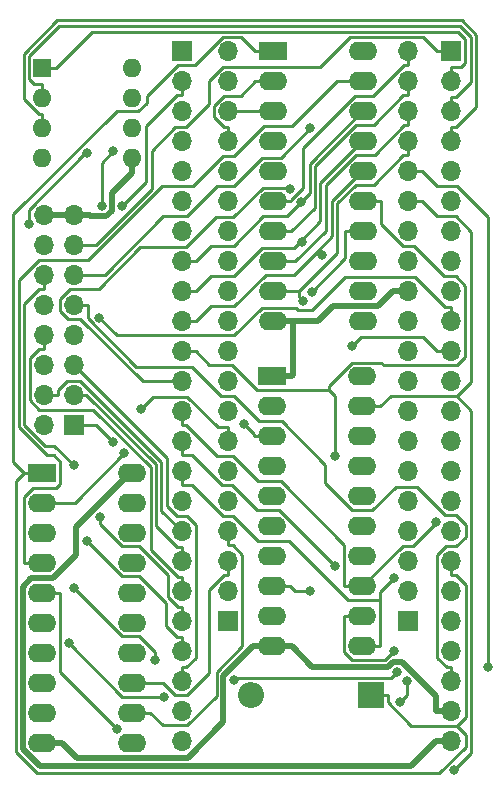
<source format=gbr>
%TF.GenerationSoftware,KiCad,Pcbnew,7.0.1*%
%TF.CreationDate,2023-05-30T14:24:39-07:00*%
%TF.ProjectId,tn_vdp_v1_fat,746e5f76-6470-45f7-9631-5f6661742e6b,rev?*%
%TF.SameCoordinates,Original*%
%TF.FileFunction,Copper,L2,Bot*%
%TF.FilePolarity,Positive*%
%FSLAX46Y46*%
G04 Gerber Fmt 4.6, Leading zero omitted, Abs format (unit mm)*
G04 Created by KiCad (PCBNEW 7.0.1) date 2023-05-30 14:24:39*
%MOMM*%
%LPD*%
G01*
G04 APERTURE LIST*
%TA.AperFunction,ComponentPad*%
%ADD10R,2.400000X1.600000*%
%TD*%
%TA.AperFunction,ComponentPad*%
%ADD11O,2.400000X1.600000*%
%TD*%
%TA.AperFunction,ComponentPad*%
%ADD12R,1.700000X1.700000*%
%TD*%
%TA.AperFunction,ComponentPad*%
%ADD13O,1.700000X1.700000*%
%TD*%
%TA.AperFunction,ComponentPad*%
%ADD14R,1.600000X1.600000*%
%TD*%
%TA.AperFunction,ComponentPad*%
%ADD15O,1.600000X1.600000*%
%TD*%
%TA.AperFunction,ComponentPad*%
%ADD16R,2.200000X2.200000*%
%TD*%
%TA.AperFunction,ComponentPad*%
%ADD17O,2.200000X2.200000*%
%TD*%
%TA.AperFunction,ViaPad*%
%ADD18C,0.800000*%
%TD*%
%TA.AperFunction,Conductor*%
%ADD19C,0.500000*%
%TD*%
%TA.AperFunction,Conductor*%
%ADD20C,0.250000*%
%TD*%
G04 APERTURE END LIST*
D10*
%TO.P,U3,1,DIR*%
%TO.N,VDD*%
X138811000Y-85852000D03*
D11*
%TO.P,U3,2,A0*%
%TO.N,~{RESET}*%
X138811000Y-88392000D03*
%TO.P,U3,3,A1*%
%TO.N,~{INT_3V3}*%
X138811000Y-90932000D03*
%TO.P,U3,4,A2*%
%TO.N,~{CSW}*%
X138811000Y-93472000D03*
%TO.P,U3,5,A3*%
%TO.N,~{CSR}*%
X138811000Y-96012000D03*
%TO.P,U3,6,A4*%
%TO.N,MODE*%
X138811000Y-98552000D03*
%TO.P,U3,7,A5*%
%TO.N,CPUCLK_3V3*%
X138811000Y-101092000D03*
%TO.P,U3,8,A6*%
%TO.N,GROMCLK_3V3*%
X138811000Y-103632000D03*
%TO.P,U3,9,A7*%
%TO.N,unconnected-(U3-A7-Pad9)*%
X138811000Y-106172000D03*
%TO.P,U3,10,GND*%
%TO.N,GND*%
X138811000Y-108712000D03*
%TO.P,U3,11,B7*%
%TO.N,unconnected-(U3-B7-Pad11)*%
X146431000Y-108712000D03*
%TO.P,U3,12,B6*%
%TO.N,GROMCLK*%
X146431000Y-106172000D03*
%TO.P,U3,13,B5*%
%TO.N,CPUCLK*%
X146431000Y-103632000D03*
%TO.P,U3,14,B4*%
%TO.N,MODE_3V3*%
X146431000Y-101092000D03*
%TO.P,U3,15,B3*%
%TO.N,~{CSR_3V3}*%
X146431000Y-98552000D03*
%TO.P,U3,16,B2*%
%TO.N,~{CSW_3V3}*%
X146431000Y-96012000D03*
%TO.P,U3,17,B1*%
%TO.N,~{INT}*%
X146431000Y-93472000D03*
%TO.P,U3,18,B0*%
%TO.N,~{RESET_3V3}*%
X146431000Y-90932000D03*
%TO.P,U3,19,~{0E}*%
%TO.N,GND*%
X146431000Y-88392000D03*
%TO.P,U3,20,VCC*%
%TO.N,VCC_3V3*%
X146431000Y-85852000D03*
%TD*%
D12*
%TO.P,J3,1,Pin_1*%
%TO.N,MODE_3V3*%
X150622000Y-50165000D03*
D13*
%TO.P,J3,2,Pin_2*%
%TO.N,~{CSW_3V3}*%
X150622000Y-52705000D03*
%TO.P,J3,3,Pin_3*%
%TO.N,~{CSR_3V3}*%
X150622000Y-55245000D03*
%TO.P,J3,4,Pin_4*%
%TO.N,~{INT_3V3}*%
X150622000Y-57785000D03*
%TO.P,J3,5,Pin_5*%
%TO.N,CPUCLK_3V3*%
X150622000Y-60325000D03*
%TO.P,J3,6,Pin_6*%
%TO.N,GROMCLK_3V3*%
X150622000Y-62865000D03*
%TO.P,J3,7,Pin_7*%
%TO.N,~{RESET_3V3}*%
X150622000Y-65405000D03*
%TO.P,J3,8,Pin_8*%
%TO.N,CD0_3V3*%
X150622000Y-67945000D03*
%TO.P,J3,9,Pin_9*%
%TO.N,CD1_3V3*%
X150622000Y-70485000D03*
%TO.P,J3,10,Pin_10*%
%TO.N,CD2_3V3*%
X150622000Y-73025000D03*
%TO.P,J3,11,Pin_11*%
%TO.N,CD3_3V3*%
X150622000Y-75565000D03*
%TO.P,J3,12,Pin_12*%
%TO.N,CD4_3V3*%
X150622000Y-78105000D03*
%TO.P,J3,13,Pin_13*%
%TO.N,CD5_3V3*%
X150622000Y-80645000D03*
%TO.P,J3,14,Pin_14*%
%TO.N,CD6_3V3*%
X150622000Y-83185000D03*
%TO.P,J3,15,Pin_15*%
%TO.N,CD7_3V3*%
X150622000Y-85725000D03*
%TO.P,J3,16,Pin_16*%
%TO.N,VS_3V3*%
X150622000Y-88265000D03*
%TO.P,J3,17,Pin_17*%
%TO.N,R3_3V3*%
X150622000Y-90805000D03*
%TO.P,J3,18,Pin_18*%
%TO.N,R2_3V3*%
X150622000Y-93345000D03*
%TO.P,J3,19,Pin_19*%
%TO.N,G3_3V3*%
X150622000Y-95885000D03*
%TO.P,J3,20,Pin_20*%
%TO.N,G2_3V3*%
X150622000Y-98425000D03*
%TO.P,J3,21,Pin_21*%
%TO.N,G1_3V3*%
X150622000Y-100965000D03*
%TO.P,J3,22,Pin_22*%
%TO.N,G0_3V3*%
X150622000Y-103505000D03*
%TO.P,J3,23,Pin_23*%
%TO.N,unconnected-(J3-Pin_23-Pad23)*%
X150622000Y-106045000D03*
%TO.P,J3,24,Pin_24*%
%TO.N,unconnected-(J3-Pin_24-Pad24)*%
X150622000Y-108585000D03*
%TD*%
D14*
%TO.P,J5,1,Pin_1*%
%TO.N,USR1_1V8*%
X138811000Y-51562000D03*
D15*
%TO.P,J5,2,Pin_2*%
%TO.N,USR2_1V8*%
X138811000Y-54102000D03*
%TO.P,J5,3,Pin_3*%
%TO.N,USR3_1V8*%
X138811000Y-56642000D03*
%TO.P,J5,4,Pin_4*%
%TO.N,USR4_1V8*%
X138811000Y-59182000D03*
%TO.P,J5,5,Pin_5*%
%TO.N,GND*%
X146431000Y-59182000D03*
%TO.P,J5,6,Pin_6*%
X146431000Y-56642000D03*
%TO.P,J5,7,Pin_7*%
X146431000Y-54102000D03*
%TO.P,J5,8,Pin_8*%
X146431000Y-51562000D03*
%TD*%
D12*
%TO.P,J6,1,Pin_1*%
%TO.N,R0_3V3*%
X141478000Y-81788000D03*
D13*
%TO.P,J6,2,Pin_2*%
%TO.N,R1_3V3*%
X138938000Y-81788000D03*
%TO.P,J6,3,Pin_3*%
%TO.N,R2_3V3*%
X141478000Y-79248000D03*
%TO.P,J6,4,Pin_4*%
%TO.N,R3_3V3*%
X138938000Y-79248000D03*
%TO.P,J6,5,Pin_5*%
%TO.N,G0_3V3*%
X141478000Y-76708000D03*
%TO.P,J6,6,Pin_6*%
%TO.N,G1_3V3*%
X138938000Y-76708000D03*
%TO.P,J6,7,Pin_7*%
%TO.N,G2_3V3*%
X141478000Y-74168000D03*
%TO.P,J6,8,Pin_8*%
%TO.N,G3_3V3*%
X138938000Y-74168000D03*
%TO.P,J6,9,Pin_9*%
%TO.N,B0_3V3*%
X141478000Y-71628000D03*
%TO.P,J6,10,Pin_10*%
%TO.N,B1_3V3*%
X138938000Y-71628000D03*
%TO.P,J6,11,Pin_11*%
%TO.N,B2_3V3*%
X141478000Y-69088000D03*
%TO.P,J6,12,Pin_12*%
%TO.N,B3_3V3*%
X138938000Y-69088000D03*
%TO.P,J6,13,Pin_13*%
%TO.N,HS_3V3*%
X141478000Y-66548000D03*
%TO.P,J6,14,Pin_14*%
%TO.N,VS_3V3*%
X138938000Y-66548000D03*
%TO.P,J6,15,Pin_15*%
%TO.N,GND*%
X141478000Y-64008000D03*
%TO.P,J6,16,Pin_16*%
X138938000Y-64008000D03*
%TD*%
D12*
%TO.P,J4,1,Pin_1*%
%TO.N,HS_3V3*%
X173438900Y-50165000D03*
D13*
%TO.P,J4,2,Pin_2*%
%TO.N,USR1_1V8*%
X173438900Y-52705000D03*
%TO.P,J4,3,Pin_3*%
%TO.N,USR2_1V8*%
X173438900Y-55245000D03*
%TO.P,J4,4,Pin_4*%
%TO.N,USR3_1V8*%
X173438900Y-57785000D03*
%TO.P,J4,5,Pin_5*%
%TO.N,USR4_1V8*%
X173438900Y-60325000D03*
%TO.P,J4,6,Pin_6*%
%TO.N,unconnected-(J4-Pin_6-Pad6)*%
X173438900Y-62865000D03*
%TO.P,J4,7,Pin_7*%
%TO.N,unconnected-(J4-Pin_7-Pad7)*%
X173438900Y-65405000D03*
%TO.P,J4,8,Pin_8*%
%TO.N,unconnected-(J4-Pin_8-Pad8)*%
X173438900Y-67945000D03*
%TO.P,J4,9,Pin_9*%
%TO.N,unconnected-(J4-Pin_9-Pad9)*%
X173438900Y-70485000D03*
%TO.P,J4,10,Pin_10*%
%TO.N,R1_3V3*%
X173438900Y-73025000D03*
%TO.P,J4,11,Pin_11*%
%TO.N,R0_3V3*%
X173438900Y-75565000D03*
%TO.P,J4,12,Pin_12*%
%TO.N,unconnected-(J4-Pin_12-Pad12)*%
X173438900Y-78105000D03*
%TO.P,J4,13,Pin_13*%
%TO.N,unconnected-(J4-Pin_13-Pad13)*%
X173438900Y-80645000D03*
%TO.P,J4,14,Pin_14*%
%TO.N,unconnected-(J4-Pin_14-Pad14)*%
X173438900Y-83185000D03*
%TO.P,J4,15,Pin_15*%
%TO.N,unconnected-(J4-Pin_15-Pad15)*%
X173438900Y-85725000D03*
%TO.P,J4,16,Pin_16*%
%TO.N,unconnected-(J4-Pin_16-Pad16)*%
X173438900Y-88265000D03*
%TO.P,J4,17,Pin_17*%
%TO.N,unconnected-(J4-Pin_17-Pad17)*%
X173438900Y-90805000D03*
%TO.P,J4,18,Pin_18*%
%TO.N,VDD*%
X173438900Y-93345000D03*
%TO.P,J4,19,Pin_19*%
%TO.N,B3_3V3*%
X173438900Y-95885000D03*
%TO.P,J4,20,Pin_20*%
%TO.N,B2_3V3*%
X173438900Y-98425000D03*
%TO.P,J4,21,Pin_21*%
%TO.N,B1_3V3*%
X173438900Y-100965000D03*
%TO.P,J4,22,Pin_22*%
%TO.N,B0_3V3*%
X173438900Y-103505000D03*
%TO.P,J4,23,Pin_23*%
%TO.N,GND*%
X173438900Y-106045000D03*
%TO.P,J4,24,Pin_24*%
%TO.N,VCC_3V3*%
X173438900Y-108585000D03*
%TD*%
D10*
%TO.P,U2,1,DIR*%
%TO.N,VDD*%
X158386700Y-50170000D03*
D11*
%TO.P,U2,2,A0*%
%TO.N,CD0*%
X158386700Y-52710000D03*
%TO.P,U2,3,A1*%
%TO.N,CD1*%
X158386700Y-55250000D03*
%TO.P,U2,4,A2*%
%TO.N,CD2*%
X158386700Y-57790000D03*
%TO.P,U2,5,A3*%
%TO.N,CD3*%
X158386700Y-60330000D03*
%TO.P,U2,6,A4*%
%TO.N,CD4*%
X158386700Y-62870000D03*
%TO.P,U2,7,A5*%
%TO.N,CD5*%
X158386700Y-65410000D03*
%TO.P,U2,8,A6*%
%TO.N,CD6*%
X158386700Y-67950000D03*
%TO.P,U2,9,A7*%
%TO.N,CD7*%
X158386700Y-70490000D03*
%TO.P,U2,10,GND*%
%TO.N,GND*%
X158386700Y-73030000D03*
%TO.P,U2,11,B7*%
%TO.N,CD7_3V3*%
X166006700Y-73030000D03*
%TO.P,U2,12,B6*%
%TO.N,CD6_3V3*%
X166006700Y-70490000D03*
%TO.P,U2,13,B5*%
%TO.N,CD5_3V3*%
X166006700Y-67950000D03*
%TO.P,U2,14,B4*%
%TO.N,CD4_3V3*%
X166006700Y-65410000D03*
%TO.P,U2,15,B3*%
%TO.N,CD3_3V3*%
X166006700Y-62870000D03*
%TO.P,U2,16,B2*%
%TO.N,CD2_3V3*%
X166006700Y-60330000D03*
%TO.P,U2,17,B1*%
%TO.N,CD1_3V3*%
X166006700Y-57790000D03*
%TO.P,U2,18,B0*%
%TO.N,CD0_3V3*%
X166006700Y-55250000D03*
%TO.P,U2,19,~{0E}*%
%TO.N,~{CSW}*%
X166006700Y-52710000D03*
%TO.P,U2,20,VCC*%
%TO.N,VCC_3V3*%
X166006700Y-50170000D03*
%TD*%
D16*
%TO.P,D1,1,K*%
%TO.N,VDD*%
X166624000Y-104648000D03*
D17*
%TO.P,D1,2,A*%
%TO.N,VCC*%
X156464000Y-104648000D03*
%TD*%
D10*
%TO.P,U1,1,DIR*%
%TO.N,GND*%
X158300500Y-77698600D03*
D11*
%TO.P,U1,2,A0*%
%TO.N,CD0*%
X158300500Y-80238600D03*
%TO.P,U1,3,A1*%
%TO.N,CD1*%
X158300500Y-82778600D03*
%TO.P,U1,4,A2*%
%TO.N,CD2*%
X158300500Y-85318600D03*
%TO.P,U1,5,A3*%
%TO.N,CD3*%
X158300500Y-87858600D03*
%TO.P,U1,6,A4*%
%TO.N,CD4*%
X158300500Y-90398600D03*
%TO.P,U1,7,A5*%
%TO.N,CD5*%
X158300500Y-92938600D03*
%TO.P,U1,8,A6*%
%TO.N,CD6*%
X158300500Y-95478600D03*
%TO.P,U1,9,A7*%
%TO.N,CD7*%
X158300500Y-98018600D03*
%TO.P,U1,10,GND*%
%TO.N,GND*%
X158300500Y-100558600D03*
%TO.P,U1,11,B7*%
%TO.N,CD7_3V3*%
X165920500Y-100558600D03*
%TO.P,U1,12,B6*%
%TO.N,CD6_3V3*%
X165920500Y-98018600D03*
%TO.P,U1,13,B5*%
%TO.N,CD5_3V3*%
X165920500Y-95478600D03*
%TO.P,U1,14,B4*%
%TO.N,CD4_3V3*%
X165920500Y-92938600D03*
%TO.P,U1,15,B3*%
%TO.N,CD3_3V3*%
X165920500Y-90398600D03*
%TO.P,U1,16,B2*%
%TO.N,CD2_3V3*%
X165920500Y-87858600D03*
%TO.P,U1,17,B1*%
%TO.N,CD1_3V3*%
X165920500Y-85318600D03*
%TO.P,U1,18,B0*%
%TO.N,CD0_3V3*%
X165920500Y-82778600D03*
%TO.P,U1,19,~{0E}*%
%TO.N,~{CSR}*%
X165920500Y-80238600D03*
%TO.P,U1,20,VCC*%
%TO.N,VCC_3V3*%
X165920500Y-77698600D03*
%TD*%
D12*
%TO.P,J2,1,Pin_1*%
%TO.N,unconnected-(J2-Pin_1-Pad1)*%
X154566700Y-98420000D03*
D13*
%TO.P,J2,2,Pin_2*%
%TO.N,unconnected-(J2-Pin_2-Pad2)*%
X154566700Y-95880000D03*
%TO.P,J2,3,Pin_3*%
%TO.N,CPUCLK*%
X154566700Y-93340000D03*
%TO.P,J2,4,Pin_4*%
%TO.N,GROMCLK*%
X154566700Y-90800000D03*
%TO.P,J2,5,Pin_5*%
%TO.N,COMVID*%
X154566700Y-88260000D03*
%TO.P,J2,6,Pin_6*%
%TO.N,EXTVDP*%
X154566700Y-85720000D03*
%TO.P,J2,7,Pin_7*%
%TO.N,~{RESET}*%
X154566700Y-83180000D03*
%TO.P,J2,8,Pin_8*%
%TO.N,VCC*%
X154566700Y-80640000D03*
%TO.P,J2,9,Pin_9*%
%TO.N,unconnected-(J2-Pin_9-Pad9)*%
X154566700Y-78100000D03*
%TO.P,J2,10,Pin_10*%
%TO.N,unconnected-(J2-Pin_10-Pad10)*%
X154566700Y-75560000D03*
%TO.P,J2,11,Pin_11*%
%TO.N,unconnected-(J2-Pin_11-Pad11)*%
X154566700Y-73020000D03*
%TO.P,J2,12,Pin_12*%
%TO.N,unconnected-(J2-Pin_12-Pad12)*%
X154566700Y-70480000D03*
%TO.P,J2,13,Pin_13*%
%TO.N,unconnected-(J2-Pin_13-Pad13)*%
X154566700Y-67940000D03*
%TO.P,J2,14,Pin_14*%
%TO.N,unconnected-(J2-Pin_14-Pad14)*%
X154566700Y-65400000D03*
%TO.P,J2,15,Pin_15*%
%TO.N,unconnected-(J2-Pin_15-Pad15)*%
X154566700Y-62860000D03*
%TO.P,J2,16,Pin_16*%
%TO.N,unconnected-(J2-Pin_16-Pad16)*%
X154566700Y-60320000D03*
%TO.P,J2,17,Pin_17*%
%TO.N,CD0*%
X154566700Y-57780000D03*
%TO.P,J2,18,Pin_18*%
%TO.N,CD1*%
X154566700Y-55240000D03*
%TO.P,J2,19,Pin_19*%
%TO.N,CD2*%
X154566700Y-52700000D03*
%TO.P,J2,20,Pin_20*%
%TO.N,CD3*%
X154566700Y-50160000D03*
%TD*%
D12*
%TO.P,J1,1,Pin_1*%
%TO.N,unconnected-(J1-Pin_1-Pad1)*%
X169806700Y-98420000D03*
D13*
%TO.P,J1,2,Pin_2*%
%TO.N,unconnected-(J1-Pin_2-Pad2)*%
X169806700Y-95880000D03*
%TO.P,J1,3,Pin_3*%
%TO.N,unconnected-(J1-Pin_3-Pad3)*%
X169806700Y-93340000D03*
%TO.P,J1,4,Pin_4*%
%TO.N,unconnected-(J1-Pin_4-Pad4)*%
X169806700Y-90800000D03*
%TO.P,J1,5,Pin_5*%
%TO.N,unconnected-(J1-Pin_5-Pad5)*%
X169806700Y-88260000D03*
%TO.P,J1,6,Pin_6*%
%TO.N,unconnected-(J1-Pin_6-Pad6)*%
X169806700Y-85720000D03*
%TO.P,J1,7,Pin_7*%
%TO.N,unconnected-(J1-Pin_7-Pad7)*%
X169806700Y-83180000D03*
%TO.P,J1,8,Pin_8*%
%TO.N,unconnected-(J1-Pin_8-Pad8)*%
X169806700Y-80640000D03*
%TO.P,J1,9,Pin_9*%
%TO.N,unconnected-(J1-Pin_9-Pad9)*%
X169806700Y-78100000D03*
%TO.P,J1,10,Pin_10*%
%TO.N,unconnected-(J1-Pin_10-Pad10)*%
X169806700Y-75560000D03*
%TO.P,J1,11,Pin_11*%
%TO.N,unconnected-(J1-Pin_11-Pad11)*%
X169806700Y-73020000D03*
%TO.P,J1,12,Pin_12*%
%TO.N,GND*%
X169806700Y-70480000D03*
%TO.P,J1,13,Pin_13*%
%TO.N,MODE*%
X169806700Y-67940000D03*
%TO.P,J1,14,Pin_14*%
%TO.N,~{CSW}*%
X169806700Y-65400000D03*
%TO.P,J1,15,Pin_15*%
%TO.N,~{CSR}*%
X169806700Y-62860000D03*
%TO.P,J1,16,Pin_16*%
%TO.N,~{INT}*%
X169806700Y-60320000D03*
%TO.P,J1,17,Pin_17*%
%TO.N,CD7*%
X169806700Y-57780000D03*
%TO.P,J1,18,Pin_18*%
%TO.N,CD6*%
X169806700Y-55240000D03*
%TO.P,J1,19,Pin_19*%
%TO.N,CD5*%
X169806700Y-52700000D03*
%TO.P,J1,20,Pin_20*%
%TO.N,CD4*%
X169806700Y-50160000D03*
%TD*%
D18*
%TO.N,B1_3V3*%
X137651400Y-64812200D03*
X142617000Y-58812800D03*
%TO.N,B2_3V3*%
X161511300Y-56694500D03*
%TO.N,B3_3V3*%
X148364000Y-101715200D03*
X141519900Y-85234700D03*
X141519900Y-95635100D03*
%TO.N,~{CSW_3V3}*%
X145561100Y-63302200D03*
%TO.N,CD0_3V3*%
X160707700Y-62951800D03*
%TO.N,CD1_3V3*%
X160798100Y-66342900D03*
%TO.N,CD2_3V3*%
X162533900Y-67442100D03*
%TO.N,CD3_3V3*%
X163613100Y-84470400D03*
%TO.N,CD4_3V3*%
X161612100Y-70548700D03*
X159779600Y-61828800D03*
%TO.N,CD5_3V3*%
X172189900Y-89980900D03*
%TO.N,CD6_3V3*%
X163628800Y-93715700D03*
X168631500Y-100950800D03*
%TO.N,CD7_3V3*%
X168595800Y-94776300D03*
%TO.N,R0_3V3*%
X143860800Y-63302200D03*
X165001400Y-75139600D03*
X144792600Y-83207200D03*
X144812400Y-58642400D03*
%TO.N,R1_3V3*%
X143635100Y-72727200D03*
%TO.N,G1_3V3*%
X142596800Y-91645600D03*
%TO.N,G2_3V3*%
X143673600Y-89626500D03*
%TO.N,MODE*%
X168833700Y-102722600D03*
X141062800Y-100266000D03*
X149089100Y-104800900D03*
X155025700Y-103398600D03*
%TO.N,~{CSR}*%
X145160400Y-107586800D03*
X173702300Y-111050300D03*
%TO.N,~{INT}*%
X176527900Y-102305500D03*
%TO.N,CD7*%
X160929200Y-71312900D03*
%TO.N,CD6*%
X161443000Y-95889900D03*
X169655900Y-103467400D03*
X169064400Y-105282000D03*
%TO.N,CD1*%
X155921600Y-81716400D03*
%TO.N,~{RESET}*%
X145770600Y-84215800D03*
X147181800Y-80423000D03*
%TD*%
D19*
%TO.N,VCC_3V3*%
X170037700Y-110686100D02*
X172138800Y-108585000D01*
X141657300Y-92816200D02*
X139731500Y-94742000D01*
X139731500Y-94742000D02*
X137896300Y-94742000D01*
X137151500Y-95486800D02*
X137151500Y-109241900D01*
X146431000Y-85852000D02*
X146245900Y-85852000D01*
X137151500Y-109241900D02*
X138595700Y-110686100D01*
X146245900Y-85852000D02*
X141657300Y-90440600D01*
X173438900Y-108585000D02*
X172138800Y-108585000D01*
X137896300Y-94742000D02*
X137151500Y-95486800D01*
X138595700Y-110686100D02*
X170037700Y-110686100D01*
X141657300Y-90440600D02*
X141657300Y-92816200D01*
%TO.N,GND*%
X138938000Y-64008000D02*
X141478000Y-64008000D01*
X163439200Y-71740200D02*
X162149400Y-73030000D01*
X154156300Y-106935600D02*
X151117400Y-109974500D01*
X138811000Y-108712000D02*
X140461100Y-108712000D01*
X158300500Y-100558600D02*
X159950600Y-100558600D01*
X144213000Y-64152300D02*
X142922400Y-64152300D01*
X158300500Y-100558600D02*
X156650400Y-100558600D01*
X169266400Y-101872500D02*
X168481600Y-101872500D01*
X151117400Y-109974500D02*
X141723600Y-109974500D01*
X142922400Y-64152300D02*
X142778100Y-64008000D01*
X146431000Y-60432100D02*
X144711000Y-62152100D01*
X146431000Y-59182000D02*
X146431000Y-60432100D01*
X168080500Y-102273600D02*
X161665600Y-102273600D01*
X162149400Y-73030000D02*
X160036800Y-73030000D01*
X158386700Y-73030000D02*
X160036800Y-73030000D01*
X159950600Y-77698600D02*
X160036800Y-77612400D01*
X160036800Y-77612400D02*
X160036800Y-73030000D01*
X168481600Y-101872500D02*
X168080500Y-102273600D01*
X172138800Y-104744900D02*
X169266400Y-101872500D01*
X141478000Y-64008000D02*
X142778100Y-64008000D01*
X154156300Y-103052700D02*
X154156300Y-106935600D01*
X167246400Y-71740200D02*
X163439200Y-71740200D01*
X141723600Y-109974500D02*
X140461100Y-108712000D01*
X144711000Y-62152100D02*
X144711000Y-63654300D01*
X168506600Y-70480000D02*
X167246400Y-71740200D01*
X158300500Y-77698600D02*
X159950600Y-77698600D01*
X161665600Y-102273600D02*
X159950600Y-100558600D01*
X169806700Y-70480000D02*
X168506600Y-70480000D01*
X172138800Y-106045000D02*
X172138800Y-104744900D01*
X173438900Y-106045000D02*
X172138800Y-106045000D01*
X144711000Y-63654300D02*
X144213000Y-64152300D01*
X156650400Y-100558600D02*
X154156300Y-103052700D01*
D20*
%TO.N,USR1_1V8*%
X174614100Y-49117600D02*
X174614100Y-51185700D01*
X173438900Y-52705000D02*
X173438900Y-51529900D01*
X174614100Y-51185700D02*
X174269900Y-51529900D01*
X174269900Y-51529900D02*
X173438900Y-51529900D01*
X142985000Y-48513100D02*
X174009600Y-48513100D01*
X138811000Y-51562000D02*
X139936100Y-51562000D01*
X139936100Y-51562000D02*
X142985000Y-48513100D01*
X174009600Y-48513100D02*
X174614100Y-49117600D01*
%TO.N,USR2_1V8*%
X138811000Y-54102000D02*
X138811000Y-52976900D01*
X175078000Y-52796000D02*
X173804100Y-54069900D01*
X138107800Y-52976900D02*
X137685800Y-52554900D01*
X137685800Y-52554900D02*
X137685800Y-50563400D01*
X173804100Y-54069900D02*
X173438900Y-54069900D01*
X138811000Y-52976900D02*
X138107800Y-52976900D01*
X174141600Y-48008400D02*
X175078000Y-48944800D01*
X175078000Y-48944800D02*
X175078000Y-52796000D01*
X173438900Y-55245000D02*
X173438900Y-54069900D01*
X137685800Y-50563400D02*
X140240800Y-48008400D01*
X140240800Y-48008400D02*
X174141600Y-48008400D01*
%TO.N,USR3_1V8*%
X173438900Y-57785000D02*
X173438900Y-56609900D01*
X173804100Y-56609900D02*
X173438900Y-56609900D01*
X138529700Y-55516900D02*
X137235700Y-54222900D01*
X174328100Y-47558300D02*
X175534200Y-48764400D01*
X138811000Y-55516900D02*
X138529700Y-55516900D01*
X138811000Y-56642000D02*
X138811000Y-55516900D01*
X175534200Y-54879800D02*
X173804100Y-56609900D01*
X137235700Y-54222900D02*
X137235700Y-50376900D01*
X175534200Y-48764400D02*
X175534200Y-54879800D01*
X137235700Y-50376900D02*
X140054300Y-47558300D01*
X140054300Y-47558300D02*
X174328100Y-47558300D01*
%TO.N,R2_3V3*%
X148443000Y-90356200D02*
X150256700Y-92169900D01*
X141478000Y-79248000D02*
X142538600Y-79248000D01*
X150622000Y-93345000D02*
X150622000Y-92169900D01*
X150256700Y-92169900D02*
X150622000Y-92169900D01*
X142538600Y-79248000D02*
X148443000Y-85152400D01*
X148443000Y-85152400D02*
X148443000Y-90356200D01*
%TO.N,R3_3V3*%
X138938000Y-79248000D02*
X140113100Y-79248000D01*
X140113100Y-78880800D02*
X140936500Y-78057400D01*
X148893300Y-84963600D02*
X148893300Y-89076300D01*
X148893300Y-89076300D02*
X150622000Y-90805000D01*
X140936500Y-78057400D02*
X141987100Y-78057400D01*
X140113100Y-79248000D02*
X140113100Y-78880800D01*
X141987100Y-78057400D02*
X148893300Y-84963600D01*
%TO.N,B0_3V3*%
X174666700Y-90291800D02*
X174666700Y-91290400D01*
X142653100Y-71628000D02*
X142653100Y-72770600D01*
X173073600Y-102329900D02*
X173438900Y-102329900D01*
X174666700Y-91290400D02*
X173882100Y-92075000D01*
X172971700Y-92075000D02*
X172263700Y-92783000D01*
X162760000Y-86758600D02*
X165032100Y-89030700D01*
X159077900Y-81508600D02*
X162760000Y-85190700D01*
X153936600Y-79370000D02*
X155020600Y-79370000D01*
X151475500Y-76908900D02*
X153936600Y-79370000D01*
X162760000Y-85190700D02*
X162760000Y-86758600D01*
X165032100Y-89030700D02*
X166751700Y-89030700D01*
X172263700Y-101520000D02*
X173073600Y-102329900D01*
X170503600Y-87028700D02*
X172924800Y-89449900D01*
X173438900Y-103505000D02*
X173438900Y-102329900D01*
X141478000Y-71628000D02*
X142653100Y-71628000D01*
X142653100Y-72770600D02*
X146791400Y-76908900D01*
X173824800Y-89449900D02*
X174666700Y-90291800D01*
X172263700Y-92783000D02*
X172263700Y-101520000D01*
X172924800Y-89449900D02*
X173824800Y-89449900D01*
X166751700Y-89030700D02*
X168753700Y-87028700D01*
X155020600Y-79370000D02*
X157159200Y-81508600D01*
X146791400Y-76908900D02*
X151475500Y-76908900D01*
X173882100Y-92075000D02*
X172971700Y-92075000D01*
X157159200Y-81508600D02*
X159077900Y-81508600D01*
X168753700Y-87028700D02*
X170503600Y-87028700D01*
%TO.N,B1_3V3*%
X137651400Y-64812200D02*
X137651400Y-63596900D01*
X142435500Y-58812800D02*
X142617000Y-58812800D01*
X137651400Y-63596900D02*
X142435500Y-58812800D01*
%TO.N,B2_3V3*%
X155016400Y-61590000D02*
X157401600Y-59204800D01*
X149047400Y-64135000D02*
X151040800Y-64135000D01*
X157401600Y-59204800D02*
X159001000Y-59204800D01*
X159001000Y-59204800D02*
X161511300Y-56694500D01*
X153585800Y-61590000D02*
X155016400Y-61590000D01*
X144094400Y-69088000D02*
X149047400Y-64135000D01*
X151040800Y-64135000D02*
X153585800Y-61590000D01*
X141478000Y-69088000D02*
X144094400Y-69088000D01*
%TO.N,B3_3V3*%
X147008200Y-99677200D02*
X148364000Y-101033000D01*
X139842800Y-83557600D02*
X139045600Y-83557600D01*
X137287500Y-71546400D02*
X138570800Y-70263100D01*
X141519900Y-85234700D02*
X139842800Y-83557600D01*
X138938000Y-69088000D02*
X138938000Y-70263100D01*
X139045600Y-83557600D02*
X137287500Y-81799500D01*
X141519900Y-95635100D02*
X145562000Y-99677200D01*
X145562000Y-99677200D02*
X147008200Y-99677200D01*
X137287500Y-81799500D02*
X137287500Y-71546400D01*
X138570800Y-70263100D02*
X138938000Y-70263100D01*
X148364000Y-101033000D02*
X148364000Y-101715200D01*
%TO.N,~{CSW_3V3}*%
X147625600Y-56509200D02*
X147625600Y-61237700D01*
X150622000Y-53880100D02*
X150254700Y-53880100D01*
X147625600Y-61237700D02*
X145561100Y-63302200D01*
X150622000Y-52705000D02*
X150622000Y-53880100D01*
X150254700Y-53880100D02*
X147625600Y-56509200D01*
%TO.N,CD0_3V3*%
X159519500Y-64140000D02*
X160707700Y-62951800D01*
X161464400Y-59672800D02*
X165887200Y-55250000D01*
X153072100Y-66670000D02*
X155013000Y-66670000D01*
X157543000Y-64140000D02*
X159519500Y-64140000D01*
X165887200Y-55250000D02*
X166006700Y-55250000D01*
X161464400Y-62195100D02*
X161464400Y-59672800D01*
X160707700Y-62951800D02*
X161464400Y-62195100D01*
X150622000Y-67945000D02*
X151797100Y-67945000D01*
X155013000Y-66670000D02*
X157543000Y-64140000D01*
X151797100Y-67945000D02*
X153072100Y-66670000D01*
%TO.N,CD1_3V3*%
X157398200Y-66824800D02*
X160090200Y-66824800D01*
X151797100Y-70485000D02*
X153072100Y-69210000D01*
X165884400Y-57790000D02*
X166006700Y-57790000D01*
X155013000Y-69210000D02*
X157398200Y-66824800D01*
X160685100Y-66229900D02*
X162364700Y-64550300D01*
X162364700Y-61309700D02*
X165884400Y-57790000D01*
X160090200Y-66824800D02*
X160685100Y-66229900D01*
X150622000Y-70485000D02*
X151797100Y-70485000D01*
X162364700Y-64550300D02*
X162364700Y-61309700D01*
X160685100Y-66229900D02*
X160798100Y-66342900D01*
X153072100Y-69210000D02*
X155013000Y-69210000D01*
%TO.N,CD2_3V3*%
X165886000Y-60330000D02*
X166006700Y-60330000D01*
X153068800Y-71753300D02*
X155083500Y-71753300D01*
X163352700Y-62863300D02*
X165886000Y-60330000D01*
X160092800Y-69075200D02*
X162129900Y-67038100D01*
X162129900Y-67038100D02*
X163352700Y-65815300D01*
X151797100Y-73025000D02*
X153068800Y-71753300D01*
X157761600Y-69075200D02*
X160092800Y-69075200D01*
X155083500Y-71753300D02*
X157761600Y-69075200D01*
X162129900Y-67038100D02*
X162533900Y-67442100D01*
X150622000Y-73025000D02*
X151797100Y-73025000D01*
X163352700Y-65815300D02*
X163352700Y-62863300D01*
%TO.N,CD3_3V3*%
X156984400Y-78842200D02*
X163099100Y-78842200D01*
X167751200Y-76765800D02*
X173950400Y-76765800D01*
X151797100Y-75565000D02*
X152972200Y-76740100D01*
X174644500Y-76071700D02*
X174644500Y-70004500D01*
X173950400Y-76765800D02*
X174644500Y-76071700D01*
X169394300Y-66670000D02*
X167531800Y-64807500D01*
X173855000Y-69215000D02*
X172808900Y-69215000D01*
X163099100Y-78522400D02*
X165080000Y-76541500D01*
X163613100Y-79356200D02*
X163613100Y-84470400D01*
X166006700Y-62870000D02*
X167531800Y-62870000D01*
X167526900Y-76541500D02*
X167751200Y-76765800D01*
X152972200Y-76740100D02*
X154882300Y-76740100D01*
X150622000Y-75565000D02*
X151797100Y-75565000D01*
X163099100Y-78842200D02*
X163099100Y-78522400D01*
X165080000Y-76541500D02*
X167526900Y-76541500D01*
X167531800Y-64807500D02*
X167531800Y-62870000D01*
X163099100Y-78842200D02*
X163613100Y-79356200D01*
X154882300Y-76740100D02*
X156984400Y-78842200D01*
X174644500Y-70004500D02*
X173855000Y-69215000D01*
X172808900Y-69215000D02*
X170263900Y-66670000D01*
X170263900Y-66670000D02*
X169394300Y-66670000D01*
%TO.N,CD4_3V3*%
X161612100Y-70548700D02*
X164481600Y-67679200D01*
X150950400Y-66769800D02*
X153495400Y-64224800D01*
X140302800Y-72153700D02*
X140302800Y-71102300D01*
X141126800Y-70278300D02*
X143619700Y-70278300D01*
X142013200Y-72803200D02*
X140952300Y-72803200D01*
X164481600Y-67679200D02*
X164481600Y-65410000D01*
X140952300Y-72803200D02*
X140302800Y-72153700D01*
X140302800Y-71102300D02*
X141126800Y-70278300D01*
X147128200Y-66769800D02*
X150950400Y-66769800D01*
X154950700Y-64224800D02*
X157472900Y-61702600D01*
X153495400Y-64224800D02*
X154950700Y-64224800D01*
X166006700Y-65410000D02*
X164481600Y-65410000D01*
X159653400Y-61702600D02*
X159779600Y-61828800D01*
X147315000Y-78105000D02*
X142013200Y-72803200D01*
X143619700Y-70278300D02*
X147128200Y-66769800D01*
X150622000Y-78105000D02*
X147315000Y-78105000D01*
X157472900Y-61702600D02*
X159653400Y-61702600D01*
%TO.N,CD5_3V3*%
X172189900Y-90090500D02*
X170210400Y-92070000D01*
X169329100Y-92070000D02*
X165920500Y-95478600D01*
X170210400Y-92070000D02*
X169329100Y-92070000D01*
X150622000Y-81820100D02*
X150999600Y-81820100D01*
X154978200Y-84450000D02*
X157116800Y-86588600D01*
X165920500Y-95478600D02*
X164395400Y-95478600D01*
X150622000Y-80645000D02*
X150622000Y-81820100D01*
X159028600Y-86588600D02*
X164395400Y-91955400D01*
X172189900Y-89980900D02*
X172189900Y-90090500D01*
X150999600Y-81820100D02*
X153629500Y-84450000D01*
X153629500Y-84450000D02*
X154978200Y-84450000D01*
X157116800Y-86588600D02*
X159028600Y-86588600D01*
X164395400Y-91955400D02*
X164395400Y-95478600D01*
%TO.N,CD6_3V3*%
X168589900Y-100950800D02*
X167849700Y-101691000D01*
X158896900Y-88983800D02*
X163628800Y-93715700D01*
X167849700Y-101691000D02*
X165044300Y-101691000D01*
X156972000Y-88983800D02*
X158896900Y-88983800D01*
X154909200Y-86921000D02*
X156972000Y-88983800D01*
X168631500Y-100950800D02*
X168589900Y-100950800D01*
X150622000Y-84360100D02*
X151469500Y-84360100D01*
X150622000Y-83185000D02*
X150622000Y-84360100D01*
X164395400Y-101042100D02*
X164395400Y-98018600D01*
X165044300Y-101691000D02*
X164395400Y-101042100D01*
X151469500Y-84360100D02*
X154030400Y-86921000D01*
X154030400Y-86921000D02*
X154909200Y-86921000D01*
X165920500Y-98018600D02*
X164395400Y-98018600D01*
%TO.N,CD7_3V3*%
X164720900Y-96645800D02*
X159743700Y-91668600D01*
X154107100Y-89530000D02*
X151477200Y-86900100D01*
X151477200Y-86900100D02*
X150622000Y-86900100D01*
X150622000Y-85725000D02*
X150622000Y-86900100D01*
X157116800Y-91668600D02*
X154978200Y-89530000D01*
X167445600Y-95926500D02*
X168595800Y-94776300D01*
X165920500Y-100558600D02*
X167445600Y-100558600D01*
X167445600Y-100558600D02*
X167445600Y-96645800D01*
X159743700Y-91668600D02*
X157116800Y-91668600D01*
X167445600Y-96645800D02*
X164720900Y-96645800D01*
X154978200Y-89530000D02*
X154107100Y-89530000D01*
X167445600Y-96645800D02*
X167445600Y-95926500D01*
%TO.N,HS_3V3*%
X162357400Y-51490700D02*
X164873700Y-48974400D01*
X154099900Y-51490700D02*
X162357400Y-51490700D01*
X150093900Y-56609800D02*
X150945000Y-56609800D01*
X142653100Y-66548000D02*
X143340800Y-66548000D01*
X171073200Y-48974400D02*
X172263800Y-50165000D01*
X150945000Y-56609800D02*
X152910000Y-54644800D01*
X143340800Y-66548000D02*
X148075700Y-61813100D01*
X141478000Y-66548000D02*
X142653100Y-66548000D01*
X164873700Y-48974400D02*
X171073200Y-48974400D01*
X148075700Y-58628000D02*
X150093900Y-56609800D01*
X148075700Y-61813100D02*
X148075700Y-58628000D01*
X173438900Y-50165000D02*
X172263800Y-50165000D01*
X152910000Y-52680600D02*
X154099900Y-51490700D01*
X152910000Y-54644800D02*
X152910000Y-52680600D01*
%TO.N,R0_3V3*%
X165774600Y-74366400D02*
X165001400Y-75139600D01*
X143860800Y-59594000D02*
X143860800Y-63302200D01*
X143373400Y-81788000D02*
X144792600Y-83207200D01*
X171065200Y-74366400D02*
X165774600Y-74366400D01*
X172263800Y-75565000D02*
X171065200Y-74366400D01*
X173438900Y-75565000D02*
X172263800Y-75565000D01*
X141478000Y-81788000D02*
X143373400Y-81788000D01*
X144812400Y-58642400D02*
X143860800Y-59594000D01*
%TO.N,R1_3V3*%
X160302300Y-71904800D02*
X160477800Y-72080300D01*
X170332000Y-69289800D02*
X172892100Y-71849900D01*
X157393800Y-71904800D02*
X160302300Y-71904800D01*
X143635100Y-72727200D02*
X145126000Y-74218100D01*
X155080500Y-74218100D02*
X157393800Y-71904800D01*
X164453900Y-69289800D02*
X170332000Y-69289800D01*
X161663400Y-72080300D02*
X164453900Y-69289800D01*
X173438900Y-73025000D02*
X173438900Y-71849900D01*
X160477800Y-72080300D02*
X161663400Y-72080300D01*
X172892100Y-71849900D02*
X173438900Y-71849900D01*
X145126000Y-74218100D02*
X155080500Y-74218100D01*
%TO.N,G0_3V3*%
X151109500Y-89535000D02*
X151822300Y-90247800D01*
X150225400Y-89535000D02*
X151109500Y-89535000D01*
X150987200Y-102329900D02*
X150622000Y-102329900D01*
X151822300Y-90247800D02*
X151822300Y-101494800D01*
X149343500Y-84573500D02*
X149343500Y-88653100D01*
X150622000Y-103505000D02*
X150622000Y-102329900D01*
X141478000Y-76708000D02*
X149343500Y-84573500D01*
X151822300Y-101494800D02*
X150987200Y-102329900D01*
X149343500Y-88653100D02*
X150225400Y-89535000D01*
%TO.N,G1_3V3*%
X150622000Y-100965000D02*
X150622000Y-99789900D01*
X150622000Y-99789900D02*
X150256700Y-99789900D01*
X149257200Y-96846900D02*
X147007500Y-94597200D01*
X145548400Y-94597200D02*
X142596800Y-91645600D01*
X149257200Y-98790400D02*
X149257200Y-96846900D01*
X147007500Y-94597200D02*
X145548400Y-94597200D01*
X150256700Y-99789900D02*
X149257200Y-98790400D01*
%TO.N,G2_3V3*%
X150325100Y-97249900D02*
X150622000Y-97249900D01*
X143673600Y-90192400D02*
X145538400Y-92057200D01*
X145538400Y-92057200D02*
X147016500Y-92057200D01*
X149446900Y-94487600D02*
X149446900Y-96371700D01*
X150622000Y-98425000D02*
X150622000Y-97249900D01*
X149446900Y-96371700D02*
X150325100Y-97249900D01*
X143673600Y-89626500D02*
X143673600Y-90192400D01*
X147016500Y-92057200D02*
X149446900Y-94487600D01*
%TO.N,G3_3V3*%
X138518200Y-80497800D02*
X137748300Y-79727900D01*
X150622000Y-95885000D02*
X150622000Y-94709900D01*
X147992800Y-85359300D02*
X143131300Y-80497800D01*
X147992800Y-92396800D02*
X147992800Y-85359300D01*
X150622000Y-94709900D02*
X150305900Y-94709900D01*
X138938000Y-74168000D02*
X138938000Y-75343100D01*
X137748300Y-79727900D02*
X137748300Y-76165600D01*
X143131300Y-80497800D02*
X138518200Y-80497800D01*
X138570800Y-75343100D02*
X138938000Y-75343100D01*
X137748300Y-76165600D02*
X138570800Y-75343100D01*
X150305900Y-94709900D02*
X147992800Y-92396800D01*
%TO.N,MODE*%
X155201500Y-103222800D02*
X155025700Y-103398600D01*
X149089100Y-104800900D02*
X145597700Y-104800900D01*
X145597700Y-104800900D02*
X141062800Y-100266000D01*
X168333500Y-103222800D02*
X155201500Y-103222800D01*
X168833700Y-102722600D02*
X168333500Y-103222800D01*
%TO.N,~{CSW}*%
X138811000Y-93472000D02*
X137285900Y-93472000D01*
X139194800Y-84367300D02*
X136837300Y-82009800D01*
X138519000Y-67818000D02*
X142707300Y-67818000D01*
X136837300Y-69499700D02*
X138519000Y-67818000D01*
X163792800Y-52710000D02*
X166006700Y-52710000D01*
X157619200Y-56520000D02*
X159982800Y-56520000D01*
X140341000Y-86781700D02*
X140341000Y-84921900D01*
X139786400Y-84367300D02*
X139194800Y-84367300D01*
X159982800Y-56520000D02*
X163792800Y-52710000D01*
X138062400Y-87148800D02*
X139973900Y-87148800D01*
X136837300Y-82009800D02*
X136837300Y-69499700D01*
X154140000Y-59050000D02*
X155089200Y-59050000D01*
X137285900Y-87925300D02*
X138062400Y-87148800D01*
X142707300Y-67818000D02*
X148930300Y-61595000D01*
X151595000Y-61595000D02*
X154140000Y-59050000D01*
X140341000Y-84921900D02*
X139786400Y-84367300D01*
X148930300Y-61595000D02*
X151595000Y-61595000D01*
X155089200Y-59050000D02*
X157619200Y-56520000D01*
X139973900Y-87148800D02*
X140341000Y-86781700D01*
X137285900Y-93472000D02*
X137285900Y-87925300D01*
%TO.N,~{CSR}*%
X169806700Y-62860000D02*
X170981800Y-62860000D01*
X168314200Y-79370000D02*
X167445600Y-80238600D01*
X175140700Y-109611900D02*
X173702300Y-111050300D01*
X140336100Y-102762500D02*
X145160400Y-107586800D01*
X173914700Y-79370000D02*
X168314200Y-79370000D01*
X173838000Y-64135000D02*
X175131500Y-65428500D01*
X173914700Y-79370000D02*
X175140700Y-80596000D01*
X138811000Y-96012000D02*
X140336100Y-96012000D01*
X175131500Y-78153200D02*
X173914700Y-79370000D01*
X172256800Y-64135000D02*
X173838000Y-64135000D01*
X175131500Y-65428500D02*
X175131500Y-78153200D01*
X165920500Y-80238600D02*
X167445600Y-80238600D01*
X140336100Y-96012000D02*
X140336100Y-102762500D01*
X170981800Y-62860000D02*
X172256800Y-64135000D01*
X175140700Y-80596000D02*
X175140700Y-109611900D01*
%TO.N,~{INT}*%
X169806700Y-60320000D02*
X170981800Y-60320000D01*
X176527900Y-64221800D02*
X176527900Y-102305500D01*
X173901100Y-61595000D02*
X176527900Y-64221800D01*
X172256800Y-61595000D02*
X173901100Y-61595000D01*
X170981800Y-60320000D02*
X172256800Y-61595000D01*
%TO.N,CD7*%
X160554900Y-70938600D02*
X160929200Y-71312900D01*
X160554900Y-70490000D02*
X163804600Y-67240300D01*
X160554900Y-70490000D02*
X160554900Y-70938600D01*
X169806700Y-57780000D02*
X169806700Y-58955100D01*
X169376200Y-58955100D02*
X169806700Y-58955100D01*
X163804600Y-67240300D02*
X163804600Y-63048100D01*
X163804600Y-63048100D02*
X165397500Y-61455200D01*
X165397500Y-61455200D02*
X166876100Y-61455200D01*
X158386700Y-70490000D02*
X160554900Y-70490000D01*
X166876100Y-61455200D02*
X169376200Y-58955100D01*
%TO.N,CD6*%
X160236900Y-95889900D02*
X159825600Y-95478600D01*
X158386700Y-67950000D02*
X159911800Y-67950000D01*
X169655900Y-104690500D02*
X169655900Y-103467400D01*
X169471600Y-56415100D02*
X169806700Y-56415100D01*
X162814800Y-65351700D02*
X162814800Y-61498300D01*
X169806700Y-55240000D02*
X169806700Y-56415100D01*
X165397900Y-58915200D02*
X166971500Y-58915200D01*
X162814800Y-61498300D02*
X165397900Y-58915200D01*
X169064400Y-105282000D02*
X169655900Y-104690500D01*
X166971500Y-58915200D02*
X169471600Y-56415100D01*
X160216500Y-67950000D02*
X162814800Y-65351700D01*
X161443000Y-95889900D02*
X160236900Y-95889900D01*
X159911800Y-67950000D02*
X160216500Y-67950000D01*
X158300500Y-95478600D02*
X159825600Y-95478600D01*
%TO.N,CD5*%
X169376200Y-53875100D02*
X166876100Y-56375200D01*
X169806700Y-53875100D02*
X169376200Y-53875100D01*
X161914500Y-63407300D02*
X159911800Y-65410000D01*
X166876100Y-56375200D02*
X165398700Y-56375200D01*
X161914500Y-59859400D02*
X161914500Y-63407300D01*
X158386700Y-65410000D02*
X159911800Y-65410000D01*
X165398700Y-56375200D02*
X161914500Y-59859400D01*
X169806700Y-52700000D02*
X169806700Y-53875100D01*
%TO.N,CD4*%
X160918800Y-58338200D02*
X160918800Y-61715200D01*
X160918800Y-61715200D02*
X159911800Y-62722200D01*
X169471600Y-51335100D02*
X166826700Y-53980000D01*
X166826700Y-53980000D02*
X165277000Y-53980000D01*
X159911800Y-62722200D02*
X159911800Y-62870000D01*
X169806700Y-51335100D02*
X169471600Y-51335100D01*
X158386700Y-62870000D02*
X159911800Y-62870000D01*
X165277000Y-53980000D02*
X160918800Y-58338200D01*
X169806700Y-50160000D02*
X169806700Y-51335100D01*
%TO.N,CD1*%
X156775400Y-82570200D02*
X155921600Y-81716400D01*
X156851600Y-55240000D02*
X156861600Y-55250000D01*
X158300500Y-82778600D02*
X156775400Y-82778600D01*
X154566700Y-55240000D02*
X156851600Y-55240000D01*
X156775400Y-82778600D02*
X156775400Y-82570200D01*
X158386700Y-55250000D02*
X156861600Y-55250000D01*
%TO.N,CD0*%
X154167600Y-53970000D02*
X155601600Y-53970000D01*
X153360200Y-55765600D02*
X153360200Y-54777400D01*
X155601600Y-53970000D02*
X156861600Y-52710000D01*
X154566700Y-57780000D02*
X154566700Y-56604900D01*
X154566700Y-56604900D02*
X154199500Y-56604900D01*
X154199500Y-56604900D02*
X153360200Y-55765600D01*
X153360200Y-54777400D02*
X154167600Y-53970000D01*
X158386700Y-52710000D02*
X156861600Y-52710000D01*
%TO.N,~{RESET}*%
X140336100Y-88392000D02*
X141594400Y-88392000D01*
X141594400Y-88392000D02*
X145770600Y-84215800D01*
X153658900Y-82004900D02*
X151102000Y-79448000D01*
X154566700Y-83180000D02*
X154566700Y-82004900D01*
X154566700Y-82004900D02*
X153658900Y-82004900D01*
X148156800Y-79448000D02*
X147181800Y-80423000D01*
X138811000Y-88392000D02*
X140336100Y-88392000D01*
X151102000Y-79448000D02*
X148156800Y-79448000D01*
%TO.N,GROMCLK*%
X155761300Y-100535200D02*
X153581100Y-102715400D01*
X146431000Y-106172000D02*
X147956100Y-106172000D01*
X153581100Y-104756900D02*
X151094500Y-107243500D01*
X149027600Y-107243500D02*
X147956100Y-106172000D01*
X154933900Y-91975100D02*
X155761300Y-92802500D01*
X151094500Y-107243500D02*
X149027600Y-107243500D01*
X155761300Y-92802500D02*
X155761300Y-100535200D01*
X153581100Y-102715400D02*
X153581100Y-104756900D01*
X154566700Y-91975100D02*
X154933900Y-91975100D01*
X154566700Y-90800000D02*
X154566700Y-91975100D01*
%TO.N,CPUCLK*%
X152941500Y-95773000D02*
X152941500Y-102847500D01*
X151093600Y-104695400D02*
X150066500Y-104695400D01*
X154566700Y-94515100D02*
X154199400Y-94515100D01*
X154566700Y-93340000D02*
X154566700Y-94515100D01*
X152941500Y-102847500D02*
X151093600Y-104695400D01*
X150066500Y-104695400D02*
X149003100Y-103632000D01*
X154199400Y-94515100D02*
X152941500Y-95773000D01*
X149003100Y-103632000D02*
X146431000Y-103632000D01*
%TO.N,VDD*%
X146959400Y-55227200D02*
X145131700Y-55227200D01*
X136560800Y-86577100D02*
X136560800Y-109468800D01*
X147664400Y-53958400D02*
X147664400Y-54522200D01*
X174651800Y-95367800D02*
X173804100Y-94520100D01*
X136560800Y-109468800D02*
X138403500Y-111311500D01*
X155654900Y-48963300D02*
X154097700Y-48963300D01*
X168049100Y-105292100D02*
X170018100Y-107261100D01*
X172415600Y-111311500D02*
X174690500Y-109036600D01*
X173804100Y-94520100D02*
X173438900Y-94520100D01*
X137285900Y-85852000D02*
X136560800Y-86577100D01*
X158386700Y-50170000D02*
X156861600Y-50170000D01*
X173893600Y-107261100D02*
X174651800Y-106502900D01*
X138811000Y-85852000D02*
X137285900Y-85852000D01*
X174690500Y-109036600D02*
X174690500Y-108058000D01*
X170018100Y-107261100D02*
X173893600Y-107261100D01*
X174690500Y-108058000D02*
X173893600Y-107261100D01*
X138403500Y-111311500D02*
X172415600Y-111311500D01*
X136378300Y-84944400D02*
X137285900Y-85852000D01*
X145131700Y-55227200D02*
X136378300Y-63980600D01*
X151720800Y-51340200D02*
X150282600Y-51340200D01*
X174651800Y-106502900D02*
X174651800Y-95367800D01*
X173438900Y-93345000D02*
X173438900Y-94520100D01*
X136378300Y-63980600D02*
X136378300Y-84944400D01*
X147664400Y-54522200D02*
X146959400Y-55227200D01*
X168049100Y-104648000D02*
X168049100Y-105292100D01*
X166624000Y-104648000D02*
X168049100Y-104648000D01*
X150282600Y-51340200D02*
X147664400Y-53958400D01*
X154097700Y-48963300D02*
X151720800Y-51340200D01*
X156861600Y-50170000D02*
X155654900Y-48963300D01*
%TD*%
M02*

</source>
